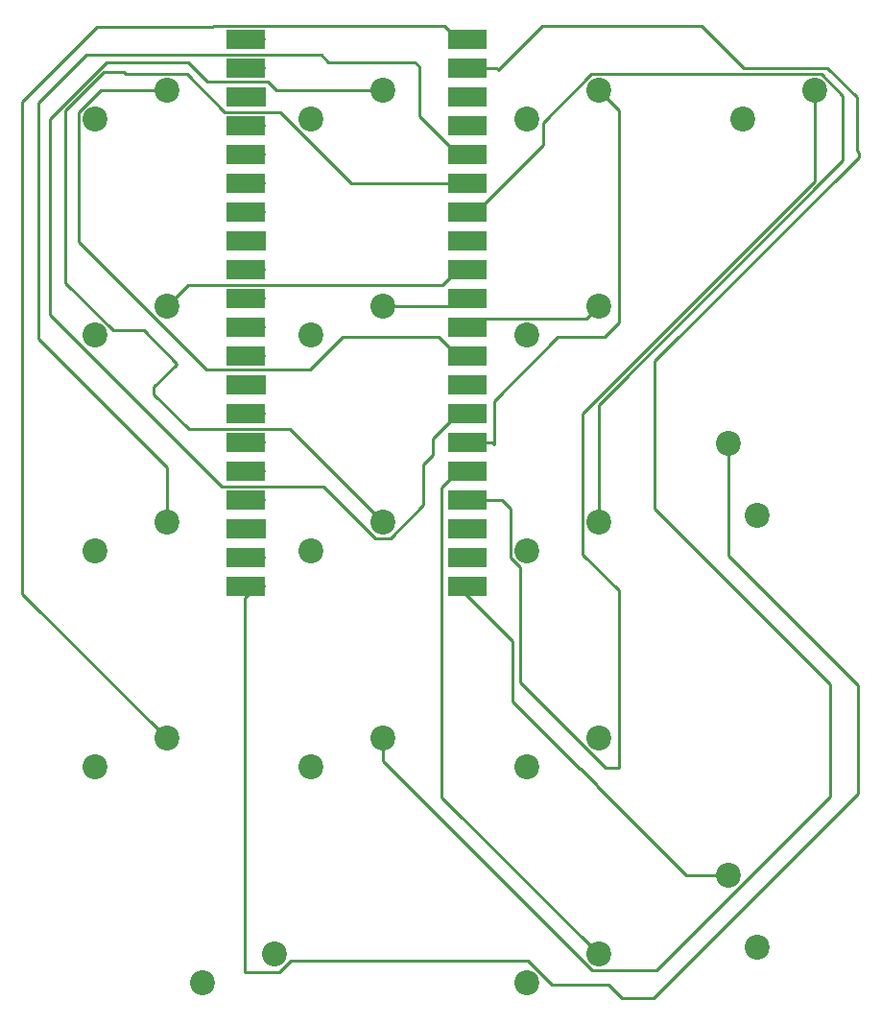
<source format=gbr>
%TF.GenerationSoftware,KiCad,Pcbnew,(6.0.9)*%
%TF.CreationDate,2023-01-29T18:03:13-08:00*%
%TF.ProjectId,numpad,6e756d70-6164-42e6-9b69-6361645f7063,rev?*%
%TF.SameCoordinates,Original*%
%TF.FileFunction,Copper,L2,Bot*%
%TF.FilePolarity,Positive*%
%FSLAX46Y46*%
G04 Gerber Fmt 4.6, Leading zero omitted, Abs format (unit mm)*
G04 Created by KiCad (PCBNEW (6.0.9)) date 2023-01-29 18:03:13*
%MOMM*%
%LPD*%
G01*
G04 APERTURE LIST*
%TA.AperFunction,SMDPad,CuDef*%
%ADD10R,3.500000X1.700000*%
%TD*%
%TA.AperFunction,ComponentPad*%
%ADD11O,1.700000X1.700000*%
%TD*%
%TA.AperFunction,ComponentPad*%
%ADD12R,1.700000X1.700000*%
%TD*%
%TA.AperFunction,ComponentPad*%
%ADD13C,2.200000*%
%TD*%
%TA.AperFunction,Conductor*%
%ADD14C,0.250000*%
%TD*%
G04 APERTURE END LIST*
D10*
%TO.P,U1,40,VBUS*%
%TO.N,unconnected-(U1-Pad40)*%
X80610000Y-53325000D03*
D11*
X81510000Y-53325000D03*
%TO.P,U1,39,VSYS*%
%TO.N,unconnected-(U1-Pad39)*%
X81510000Y-55865000D03*
D10*
X80610000Y-55865000D03*
D12*
%TO.P,U1,38,GND*%
%TO.N,unconnected-(U1-Pad38)*%
X81510000Y-58405000D03*
D10*
X80610000Y-58405000D03*
D11*
%TO.P,U1,37,3V3_EN*%
%TO.N,unconnected-(U1-Pad37)*%
X81510000Y-60945000D03*
D10*
X80610000Y-60945000D03*
%TO.P,U1,36,3V3*%
%TO.N,Net-(SW1-Pad1)*%
X80610000Y-63485000D03*
D11*
X81510000Y-63485000D03*
%TO.P,U1,35,ADC_VREF*%
%TO.N,unconnected-(U1-Pad35)*%
X81510000Y-66025000D03*
D10*
X80610000Y-66025000D03*
D11*
%TO.P,U1,34,GPIO28_ADC2*%
%TO.N,unconnected-(U1-Pad34)*%
X81510000Y-68565000D03*
D10*
X80610000Y-68565000D03*
D12*
%TO.P,U1,33,AGND*%
%TO.N,unconnected-(U1-Pad33)*%
X81510000Y-71105000D03*
D10*
X80610000Y-71105000D03*
%TO.P,U1,32,GPIO27_ADC1*%
%TO.N,unconnected-(U1-Pad32)*%
X80610000Y-73645000D03*
D11*
X81510000Y-73645000D03*
D10*
%TO.P,U1,31,GPIO26_ADC0*%
%TO.N,unconnected-(U1-Pad31)*%
X80610000Y-76185000D03*
D11*
X81510000Y-76185000D03*
%TO.P,U1,30,RUN*%
%TO.N,unconnected-(U1-Pad30)*%
X81510000Y-78725000D03*
D10*
X80610000Y-78725000D03*
%TO.P,U1,29,GPIO22*%
%TO.N,unconnected-(U1-Pad29)*%
X80610000Y-81265000D03*
D11*
X81510000Y-81265000D03*
D10*
%TO.P,U1,28,GND*%
%TO.N,unconnected-(U1-Pad28)*%
X80610000Y-83805000D03*
D12*
X81510000Y-83805000D03*
D10*
%TO.P,U1,27,GPIO21*%
%TO.N,unconnected-(U1-Pad27)*%
X80610000Y-86345000D03*
D11*
X81510000Y-86345000D03*
%TO.P,U1,26,GPIO20*%
%TO.N,unconnected-(U1-Pad26)*%
X81510000Y-88885000D03*
D10*
X80610000Y-88885000D03*
D11*
%TO.P,U1,25,GPIO19*%
%TO.N,unconnected-(U1-Pad25)*%
X81510000Y-91425000D03*
D10*
X80610000Y-91425000D03*
%TO.P,U1,24,GPIO18*%
%TO.N,unconnected-(U1-Pad24)*%
X80610000Y-93965000D03*
D11*
X81510000Y-93965000D03*
D12*
%TO.P,U1,23,GND*%
%TO.N,unconnected-(U1-Pad23)*%
X81510000Y-96505000D03*
D10*
X80610000Y-96505000D03*
D11*
%TO.P,U1,22,GPIO17*%
%TO.N,unconnected-(U1-Pad22)*%
X81510000Y-99045000D03*
D10*
X80610000Y-99045000D03*
D11*
%TO.P,U1,21,GPIO16*%
%TO.N,Net-(SW17-Pad2)*%
X81510000Y-101585000D03*
D10*
X80610000Y-101585000D03*
D11*
%TO.P,U1,20,GPIO15*%
%TO.N,Net-(SW16-Pad2)*%
X99290000Y-101585000D03*
D10*
X100190000Y-101585000D03*
%TO.P,U1,19,GPIO14*%
%TO.N,Net-(SW15-Pad2)*%
X100190000Y-99045000D03*
D11*
X99290000Y-99045000D03*
D12*
%TO.P,U1,18,GND*%
%TO.N,unconnected-(U1-Pad18)*%
X99290000Y-96505000D03*
D10*
X100190000Y-96505000D03*
D11*
%TO.P,U1,17,GPIO13*%
%TO.N,Net-(SW14-Pad2)*%
X99290000Y-93965000D03*
D10*
X100190000Y-93965000D03*
D11*
%TO.P,U1,16,GPIO12*%
%TO.N,Net-(SW13-Pad2)*%
X99290000Y-91425000D03*
D10*
X100190000Y-91425000D03*
%TO.P,U1,15,GPIO11*%
%TO.N,Net-(SW12-Pad2)*%
X100190000Y-88885000D03*
D11*
X99290000Y-88885000D03*
%TO.P,U1,14,GPIO10*%
%TO.N,Net-(SW11-Pad2)*%
X99290000Y-86345000D03*
D10*
X100190000Y-86345000D03*
%TO.P,U1,13,GND*%
%TO.N,unconnected-(U1-Pad13)*%
X100190000Y-83805000D03*
D12*
X99290000Y-83805000D03*
D10*
%TO.P,U1,12,GPIO9*%
%TO.N,Net-(SW10-Pad2)*%
X100190000Y-81265000D03*
D11*
X99290000Y-81265000D03*
%TO.P,U1,11,GPIO8*%
%TO.N,Net-(SW9-Pad2)*%
X99290000Y-78725000D03*
D10*
X100190000Y-78725000D03*
%TO.P,U1,10,GPIO7*%
%TO.N,Net-(SW8-Pad2)*%
X100190000Y-76185000D03*
D11*
X99290000Y-76185000D03*
%TO.P,U1,9,GPIO6*%
%TO.N,Net-(SW7-Pad2)*%
X99290000Y-73645000D03*
D10*
X100190000Y-73645000D03*
%TO.P,U1,8,GND*%
%TO.N,unconnected-(U1-Pad8)*%
X100190000Y-71105000D03*
D12*
X99290000Y-71105000D03*
D11*
%TO.P,U1,7,GPIO5*%
%TO.N,Net-(SW6-Pad2)*%
X99290000Y-68565000D03*
D10*
X100190000Y-68565000D03*
%TO.P,U1,6,GPIO4*%
%TO.N,Net-(SW5-Pad2)*%
X100190000Y-66025000D03*
D11*
X99290000Y-66025000D03*
D10*
%TO.P,U1,5,GPIO3*%
%TO.N,Net-(SW4-Pad2)*%
X100190000Y-63485000D03*
D11*
X99290000Y-63485000D03*
D10*
%TO.P,U1,4,GPIO2*%
%TO.N,Net-(SW3-Pad2)*%
X100190000Y-60945000D03*
D11*
X99290000Y-60945000D03*
D12*
%TO.P,U1,3,GND*%
%TO.N,unconnected-(U1-Pad3)*%
X99290000Y-58405000D03*
D10*
X100190000Y-58405000D03*
%TO.P,U1,2,GPIO1*%
%TO.N,Net-(SW2-Pad2)*%
X100190000Y-55865000D03*
D11*
X99290000Y-55865000D03*
D10*
%TO.P,U1,1,GPIO0*%
%TO.N,Net-(SW1-Pad2)*%
X100190000Y-53325000D03*
D11*
X99290000Y-53325000D03*
%TD*%
D13*
%TO.P,SW17,2*%
%TO.N,Net-(SW17-Pad2)*%
X123170000Y-88935000D03*
%TO.P,SW17,1*%
%TO.N,Net-(SW1-Pad1)*%
X125710000Y-95285000D03*
%TD*%
%TO.P,SW16,2*%
%TO.N,Net-(SW16-Pad2)*%
X123170000Y-127035000D03*
%TO.P,SW16,1*%
%TO.N,Net-(SW1-Pad1)*%
X125710000Y-133385000D03*
%TD*%
%TO.P,SW15,2*%
%TO.N,Net-(SW15-Pad2)*%
X83165000Y-134020000D03*
%TO.P,SW15,1*%
%TO.N,Net-(SW1-Pad1)*%
X76815000Y-136560000D03*
%TD*%
%TO.P,SW14,2*%
%TO.N,Net-(SW14-Pad2)*%
X130790000Y-57820000D03*
%TO.P,SW14,1*%
%TO.N,Net-(SW1-Pad1)*%
X124440000Y-60360000D03*
%TD*%
%TO.P,SW13,2*%
%TO.N,Net-(SW13-Pad2)*%
X111740000Y-134020000D03*
%TO.P,SW13,1*%
%TO.N,Net-(SW1-Pad1)*%
X105390000Y-136560000D03*
%TD*%
%TO.P,SW12,2*%
%TO.N,Net-(SW12-Pad2)*%
X111740000Y-57820000D03*
%TO.P,SW12,1*%
%TO.N,Net-(SW1-Pad1)*%
X105390000Y-60360000D03*
%TD*%
%TO.P,SW11,2*%
%TO.N,Net-(SW11-Pad2)*%
X92690000Y-57820000D03*
%TO.P,SW11,1*%
%TO.N,Net-(SW1-Pad1)*%
X86340000Y-60360000D03*
%TD*%
%TO.P,SW10,2*%
%TO.N,Net-(SW10-Pad2)*%
X73640000Y-57820000D03*
%TO.P,SW10,1*%
%TO.N,Net-(SW1-Pad1)*%
X67290000Y-60360000D03*
%TD*%
%TO.P,SW9,2*%
%TO.N,Net-(SW9-Pad2)*%
X111740000Y-76870000D03*
%TO.P,SW9,1*%
%TO.N,Net-(SW1-Pad1)*%
X105390000Y-79410000D03*
%TD*%
%TO.P,SW8,2*%
%TO.N,Net-(SW8-Pad2)*%
X92690000Y-76870000D03*
%TO.P,SW8,1*%
%TO.N,Net-(SW1-Pad1)*%
X86340000Y-79410000D03*
%TD*%
%TO.P,SW7,2*%
%TO.N,Net-(SW7-Pad2)*%
X73640000Y-76870000D03*
%TO.P,SW7,1*%
%TO.N,Net-(SW1-Pad1)*%
X67290000Y-79410000D03*
%TD*%
%TO.P,SW6,1*%
%TO.N,Net-(SW1-Pad1)*%
X105390000Y-98460000D03*
%TO.P,SW6,2*%
%TO.N,Net-(SW6-Pad2)*%
X111740000Y-95920000D03*
%TD*%
%TO.P,SW5,2*%
%TO.N,Net-(SW5-Pad2)*%
X92690000Y-95920000D03*
%TO.P,SW5,1*%
%TO.N,Net-(SW1-Pad1)*%
X86340000Y-98460000D03*
%TD*%
%TO.P,SW4,2*%
%TO.N,Net-(SW4-Pad2)*%
X73640000Y-95920000D03*
%TO.P,SW4,1*%
%TO.N,Net-(SW1-Pad1)*%
X67290000Y-98460000D03*
%TD*%
%TO.P,SW3,2*%
%TO.N,Net-(SW3-Pad2)*%
X111740000Y-114970000D03*
%TO.P,SW3,1*%
%TO.N,Net-(SW1-Pad1)*%
X105390000Y-117510000D03*
%TD*%
%TO.P,SW2,2*%
%TO.N,Net-(SW2-Pad2)*%
X92690000Y-114970000D03*
%TO.P,SW2,1*%
%TO.N,Net-(SW1-Pad1)*%
X86340000Y-117510000D03*
%TD*%
%TO.P,SW1,2*%
%TO.N,Net-(SW1-Pad2)*%
X73640000Y-114970000D03*
%TO.P,SW1,1*%
%TO.N,Net-(SW1-Pad1)*%
X67290000Y-117510000D03*
%TD*%
D14*
%TO.N,Net-(SW16-Pad2)*%
X110183758Y-117674999D02*
X110074999Y-117674999D01*
X104100000Y-106395000D02*
X99290000Y-101585000D01*
X111575001Y-119175001D02*
X111575001Y-119066242D01*
X111575001Y-119066242D02*
X110183758Y-117674999D01*
X119435000Y-127035000D02*
X111575001Y-119175001D01*
X110074999Y-117674999D02*
X104100000Y-111700000D01*
X104100000Y-111700000D02*
X104100000Y-106395000D01*
X123170000Y-127035000D02*
X119435000Y-127035000D01*
%TO.N,Net-(SW14-Pad2)*%
X103965000Y-94735000D02*
X103195000Y-93965000D01*
X103195000Y-93965000D02*
X99290000Y-93965000D01*
X103965000Y-99050255D02*
X103965000Y-94735000D01*
X104800000Y-99885255D02*
X103965000Y-99050255D01*
X110315000Y-98756241D02*
X113500000Y-101941241D01*
X113500000Y-117600000D02*
X112354745Y-117600000D01*
X110315000Y-86348604D02*
X110315000Y-98756241D01*
X113500000Y-101941241D02*
X113500000Y-117600000D01*
X112354745Y-117600000D02*
X104800000Y-110045255D01*
X130790000Y-65873604D02*
X110315000Y-86348604D01*
X104800000Y-110045255D02*
X104800000Y-99885255D01*
X130790000Y-57820000D02*
X130790000Y-65873604D01*
%TO.N,Net-(SW12-Pad2)*%
X102385000Y-88885000D02*
X99290000Y-88885000D01*
X102500000Y-89000000D02*
X102385000Y-88885000D01*
X108125001Y-79574999D02*
X102500000Y-85200000D01*
X102500000Y-85200000D02*
X102500000Y-89000000D01*
X112225001Y-79574999D02*
X108125001Y-79574999D01*
X113500000Y-78300000D02*
X112225001Y-79574999D01*
X113500000Y-59580000D02*
X113500000Y-78300000D01*
X111740000Y-57820000D02*
X113500000Y-59580000D01*
%TO.N,Net-(SW10-Pad2)*%
X86301241Y-82440000D02*
X89166242Y-79574999D01*
X97599999Y-79574999D02*
X99290000Y-81265000D01*
X65865000Y-71165000D02*
X77140000Y-82440000D01*
X89166242Y-79574999D02*
X97599999Y-79574999D01*
X65865000Y-59769745D02*
X65865000Y-71165000D01*
X67814745Y-57820000D02*
X65865000Y-59769745D01*
X77140000Y-82440000D02*
X86301241Y-82440000D01*
X73640000Y-57820000D02*
X67814745Y-57820000D01*
%TO.N,Net-(SW5-Pad2)*%
X89916241Y-66025000D02*
X99290000Y-66025000D01*
X83661241Y-59770000D02*
X89916241Y-66025000D01*
X78770000Y-59770000D02*
X83661241Y-59770000D01*
X75395000Y-56395000D02*
X78770000Y-59770000D01*
X70005000Y-56395000D02*
X75395000Y-56395000D01*
X68100000Y-56200000D02*
X69810000Y-56200000D01*
X64700000Y-59600000D02*
X68100000Y-56200000D01*
X69810000Y-56200000D02*
X70005000Y-56395000D01*
X64700000Y-74800000D02*
X64700000Y-59600000D01*
X68900000Y-79000000D02*
X64700000Y-74800000D01*
X71600000Y-79000000D02*
X68900000Y-79000000D01*
X74500000Y-81900000D02*
X71600000Y-79000000D01*
X72500000Y-84600000D02*
X72500000Y-84000000D01*
X74500000Y-82000000D02*
X74500000Y-81900000D01*
X84451802Y-87681802D02*
X75581802Y-87681802D01*
X72500000Y-84000000D02*
X74500000Y-82000000D01*
X92690000Y-95920000D02*
X84451802Y-87681802D01*
X75581802Y-87681802D02*
X72500000Y-84600000D01*
%TO.N,Net-(SW11-Pad2)*%
X97100000Y-88535000D02*
X99290000Y-86345000D01*
X97100000Y-90000000D02*
X97100000Y-88535000D01*
X96300000Y-90800000D02*
X97100000Y-90000000D01*
X96300000Y-94400000D02*
X96300000Y-90800000D01*
X93355000Y-97345000D02*
X96300000Y-94400000D01*
X92045000Y-97345000D02*
X93355000Y-97345000D01*
X78490000Y-92790000D02*
X87490000Y-92790000D01*
X63300000Y-60300000D02*
X63300000Y-77600000D01*
X68300000Y-55300000D02*
X63300000Y-60300000D01*
X87490000Y-92790000D02*
X92045000Y-97345000D01*
X82540000Y-57040000D02*
X77240000Y-57040000D01*
X77240000Y-57040000D02*
X75500000Y-55300000D01*
X75500000Y-55300000D02*
X68300000Y-55300000D01*
X83320000Y-57820000D02*
X82540000Y-57040000D01*
X63300000Y-77600000D02*
X78490000Y-92790000D01*
X92690000Y-57820000D02*
X83320000Y-57820000D01*
%TO.N,Net-(SW4-Pad2)*%
X95900000Y-60095000D02*
X99290000Y-63485000D01*
X95900000Y-55700000D02*
X95900000Y-60095000D01*
X95500000Y-55300000D02*
X95900000Y-55700000D01*
X66510000Y-54690000D02*
X87290000Y-54690000D01*
X87290000Y-54690000D02*
X87900000Y-55300000D01*
X62300000Y-58900000D02*
X66510000Y-54690000D01*
X87900000Y-55300000D02*
X95500000Y-55300000D01*
X73640000Y-91040000D02*
X62300000Y-79700000D01*
X73640000Y-95920000D02*
X73640000Y-91040000D01*
X62300000Y-79700000D02*
X62300000Y-58900000D01*
%TO.N,Net-(SW1-Pad2)*%
X98115000Y-52150000D02*
X99290000Y-53325000D01*
X67500000Y-52200000D02*
X77700000Y-52200000D01*
X77700000Y-52200000D02*
X77750000Y-52150000D01*
X77750000Y-52150000D02*
X98115000Y-52150000D01*
X60900000Y-58800000D02*
X67500000Y-52200000D01*
X60900000Y-102230000D02*
X60900000Y-58800000D01*
X73640000Y-114970000D02*
X60900000Y-102230000D01*
%TO.N,Net-(SW6-Pad2)*%
X100900000Y-68565000D02*
X99290000Y-68565000D01*
X106815000Y-62650000D02*
X100900000Y-68565000D01*
X106815000Y-60685000D02*
X106815000Y-62650000D01*
X111105000Y-56395000D02*
X106815000Y-60685000D01*
X131380255Y-56395000D02*
X111105000Y-56395000D01*
X133300000Y-58314745D02*
X131380255Y-56395000D01*
X133300000Y-64000000D02*
X133300000Y-58314745D01*
X111740000Y-85560000D02*
X133300000Y-64000000D01*
X111740000Y-95920000D02*
X111740000Y-85560000D01*
%TO.N,Net-(SW2-Pad2)*%
X102900000Y-56000000D02*
X102765000Y-55865000D01*
X106800000Y-52100000D02*
X102900000Y-56000000D01*
X120800000Y-52100000D02*
X106800000Y-52100000D01*
X124565000Y-55865000D02*
X120800000Y-52100000D01*
X131935000Y-55865000D02*
X124565000Y-55865000D01*
X134500000Y-58430000D02*
X131935000Y-55865000D01*
X134500000Y-63100000D02*
X134500000Y-58430000D01*
X102765000Y-55865000D02*
X99290000Y-55865000D01*
X134700000Y-63300000D02*
X134500000Y-63100000D01*
X134700000Y-63700000D02*
X134700000Y-63300000D01*
X116700000Y-94700000D02*
X116700000Y-81700000D01*
X116700000Y-81700000D02*
X134700000Y-63700000D01*
X132200000Y-110200000D02*
X116700000Y-94700000D01*
X132200000Y-120100000D02*
X132200000Y-110200000D01*
X116855000Y-135445000D02*
X132200000Y-120100000D01*
X92690000Y-116985255D02*
X111149745Y-135445000D01*
X92690000Y-114970000D02*
X92690000Y-116985255D01*
X111149745Y-135445000D02*
X116855000Y-135445000D01*
%TO.N,Net-(SW17-Pad2)*%
X80500000Y-102595000D02*
X81510000Y-101585000D01*
X80500000Y-135600000D02*
X80500000Y-102595000D01*
X83600255Y-135600000D02*
X80500000Y-135600000D01*
X84590000Y-134610255D02*
X83600255Y-135600000D01*
X105455510Y-134610255D02*
X84590000Y-134610255D01*
X107570254Y-136724999D02*
X105455510Y-134610255D01*
X113800000Y-137900000D02*
X112624999Y-136724999D01*
X134600000Y-110300000D02*
X134600000Y-119866241D01*
X112624999Y-136724999D02*
X107570254Y-136724999D01*
X134600000Y-119866241D02*
X116566241Y-137900000D01*
X123170000Y-98870000D02*
X134600000Y-110300000D01*
X116566241Y-137900000D02*
X113800000Y-137900000D01*
X123170000Y-88935000D02*
X123170000Y-98870000D01*
%TO.N,Net-(SW13-Pad2)*%
X97900000Y-92815000D02*
X99290000Y-91425000D01*
X111740000Y-134020000D02*
X97900000Y-120180000D01*
X97900000Y-120180000D02*
X97900000Y-92815000D01*
%TO.N,Net-(SW7-Pad2)*%
X75500000Y-75010000D02*
X97925000Y-75010000D01*
X97925000Y-75010000D02*
X99290000Y-73645000D01*
X73640000Y-76870000D02*
X75500000Y-75010000D01*
%TO.N,Net-(SW9-Pad2)*%
X100045001Y-77969999D02*
X99290000Y-78725000D01*
X110640001Y-77969999D02*
X100045001Y-77969999D01*
X111740000Y-76870000D02*
X110640001Y-77969999D01*
%TO.N,Net-(SW8-Pad2)*%
X92690000Y-76870000D02*
X98605000Y-76870000D01*
X98605000Y-76870000D02*
X99290000Y-76185000D01*
%TD*%
M02*

</source>
